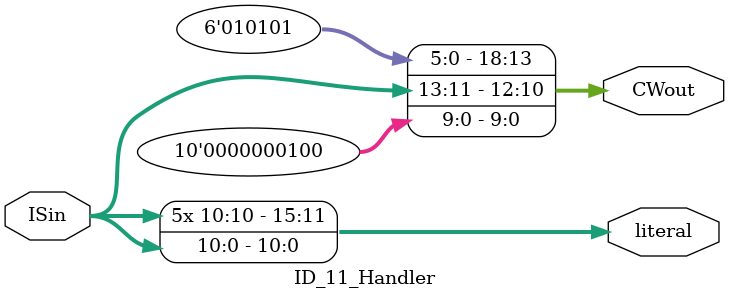
<source format=v>
module ID_11_Handler (ISin, CWout, literal);
input [13:0] ISin;
output reg [15:0] literal;
output reg [18:0] CWout;
  
  
always @(ISin) begin

CWout = {6'b010101,ISin[13:11],10'b0000000100}; //Load Immediate
literal = {ISin[10],ISin[10],ISin[10],ISin[10],ISin[10],ISin[10:0]};

end


endmodule
</source>
